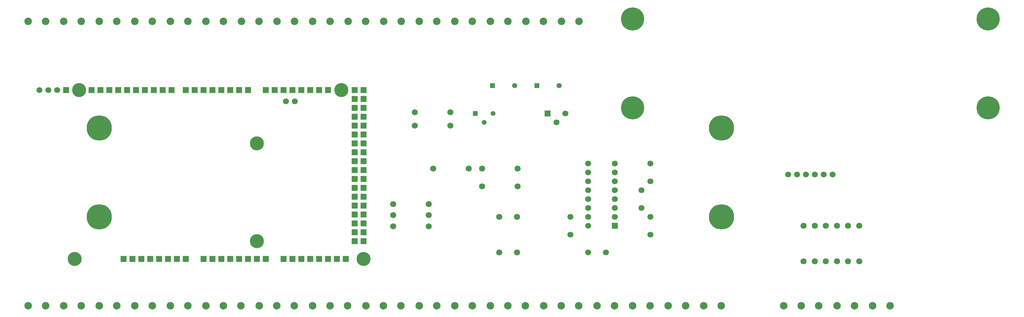
<source format=gbr>
G04 DipTrace 3.3.1.3*
G04 BottomMask.gbr*
%MOIN*%
G04 #@! TF.FileFunction,Soldermask,Bot*
G04 #@! TF.Part,Single*
%ADD36R,0.05388X0.05388*%
%ADD38C,0.053876*%
%ADD40C,0.259849*%
%ADD42C,0.283471*%
%ADD44C,0.066935*%
%ADD46C,0.06788*%
%ADD48C,0.05788*%
%ADD50R,0.05788X0.05788*%
%ADD52C,0.15788*%
%ADD54R,0.066935X0.066935*%
%ADD56C,0.084652*%
%FSLAX26Y26*%
G04*
G70*
G90*
G75*
G01*
G04 BotMask*
%LPD*%
D56*
X2613066Y3867980D3*
X2809917D3*
X3013066D3*
X3209917D3*
X3413066D3*
X3609917D3*
X6213066D3*
X6409917D3*
X613070Y667980D3*
X809920D3*
X6613066Y3867980D3*
X6809917D3*
X4613066D3*
X4809917D3*
D54*
X4388066Y1392980D3*
Y1492980D3*
Y1592980D3*
Y1692980D3*
Y1792980D3*
Y1892980D3*
Y1992980D3*
Y2092980D3*
Y2192980D3*
Y2292980D3*
Y2392980D3*
Y2492980D3*
Y2592980D3*
Y2692980D3*
Y2792980D3*
Y2892980D3*
Y2992980D3*
X4288066Y3092980D3*
Y1392980D3*
Y1492980D3*
Y1592980D3*
Y1692980D3*
Y1792980D3*
Y1892980D3*
Y1992980D3*
Y2092980D3*
Y2192980D3*
Y2292980D3*
Y2392980D3*
Y2492980D3*
Y2592980D3*
Y2692980D3*
Y2792980D3*
Y2892980D3*
Y2992980D3*
X4388066Y3092980D3*
X2188066Y1192980D3*
X1988066D3*
X1888066D3*
X1788066D3*
X1688066D3*
X3088066D3*
X2988066D3*
X2888066D3*
X2788066D3*
X2688066D3*
X2588066D3*
X2226066Y3092980D3*
X2126066D3*
X2026066D3*
X1926066D3*
X1826066D3*
X1726066D3*
X1626066D3*
X1525066D3*
X1426066D3*
X1326066D3*
X3088066D3*
X2988066D3*
X2888066D3*
X2788066D3*
X2688066D3*
X2588066D3*
X2488066D3*
X2388066D3*
X3288066D3*
X3388066D3*
X3488066D3*
X3588066D3*
X3688066D3*
X3788066D3*
X3888066D3*
X3988066D3*
X3188066Y1192980D3*
X3288066D3*
X3488066D3*
X3588066D3*
X3688066D3*
X3788066D3*
X3888066D3*
X3988066D3*
X4088066D3*
X4188066D3*
X2088066D3*
X2388066D3*
X2288066D3*
D52*
X1138066D3*
X1188066Y3092980D3*
X3188066Y1392980D3*
Y2492980D3*
X4388066Y1192980D3*
X4138066Y3092980D3*
D56*
X1013070Y3867980D3*
X1209920D3*
D50*
X5838066Y3142980D3*
D48*
X6088066D3*
D56*
X9113066Y667980D3*
X9309917D3*
X9506767D3*
X5013066Y3867980D3*
X5209917D3*
X5413066D3*
X5609917D3*
X5813066D3*
X6009917D3*
X1013070Y667980D3*
X1209920D3*
X1413070D3*
X1609920D3*
D46*
X5569318Y2211728D3*
X5169318D3*
D56*
X1413070Y3867980D3*
X1609920D3*
D46*
X5363066Y2842980D3*
X4963066D3*
D50*
X6338066Y3142980D3*
D48*
X6588066D3*
D56*
X7013066Y667980D3*
X7209917D3*
X5813066D3*
X6009917D3*
X6206767D3*
X6413066D3*
X6609917D3*
X6806767D3*
X7413066D3*
X7609917D3*
X7813066D3*
X8009917D3*
X8213066D3*
X8409917D3*
X2613066D3*
X2809917D3*
X3006767D3*
D54*
X7213066Y1567980D3*
D44*
Y1667980D3*
Y1767980D3*
Y1867980D3*
Y1967980D3*
Y2067980D3*
Y2167980D3*
Y2267980D3*
X6913066D3*
Y2167980D3*
Y2067980D3*
Y1967980D3*
Y1867980D3*
Y1767980D3*
Y1667980D3*
Y1567980D3*
D46*
X9463066Y1167980D3*
Y1567980D3*
X9338066Y1167980D3*
Y1567980D3*
X9588066Y1167980D3*
Y1567980D3*
X9713066Y1167980D3*
Y1567980D3*
X9838066Y1167980D3*
Y1567980D3*
X9963066Y1167980D3*
Y1567980D3*
X4963066Y2692980D3*
X5363066D3*
X4718712Y1811397D3*
X5118712D3*
X4718712Y1686397D3*
X5118712D3*
X4718712Y1561397D3*
X5118712D3*
D42*
X1413070Y2667980D3*
Y1667980D3*
D54*
X6456818Y2830480D3*
D44*
X6556818Y2730480D3*
X6656818Y2830480D3*
X7613066Y1467980D3*
Y1667980D3*
X7513066Y1967980D3*
Y1767980D3*
X7613066Y2067980D3*
Y2267980D3*
X6713066Y1467980D3*
Y1667980D3*
X6913066Y1267980D3*
X7113066D3*
X3513066Y2967980D3*
X3613066D3*
D46*
X5913066Y1267980D3*
Y1667980D3*
X6113066Y1267980D3*
Y1667980D3*
D44*
X9663066Y2142980D3*
X9163066D3*
D40*
X11413070Y2892980D3*
Y3892980D3*
X7413066D3*
Y2892980D3*
D44*
X9563066Y2142980D3*
X9463066D3*
X9363066D3*
X9263066D3*
D42*
X8413066Y2667980D3*
Y1667980D3*
D56*
X613070Y3867980D3*
X809920D3*
X1813070D3*
X2009920D3*
X2213066D3*
X2409917D3*
X3813066D3*
X4009917D3*
X4213066D3*
X4409917D3*
X9713066Y667980D3*
X9909917D3*
X10113070D3*
X10309920D3*
X3213066D3*
X3409917D3*
X3606767D3*
X3813066D3*
X4009917D3*
X4206767D3*
X4413066D3*
X4609917D3*
X4806767D3*
X5013066D3*
X5209917D3*
X5413066D3*
X5609917D3*
D38*
X5844318Y2830480D3*
D36*
X5644318D3*
D38*
X5744318Y2730480D3*
D54*
X1038857Y3092980D3*
D44*
X938857D3*
X838857D3*
X738857D3*
D56*
X1813070Y667980D3*
X2009920D3*
X2213066D3*
X2409917D3*
D46*
X5718712Y2211397D3*
X6118712D3*
X5718712Y2011397D3*
X6118712D3*
M02*

</source>
